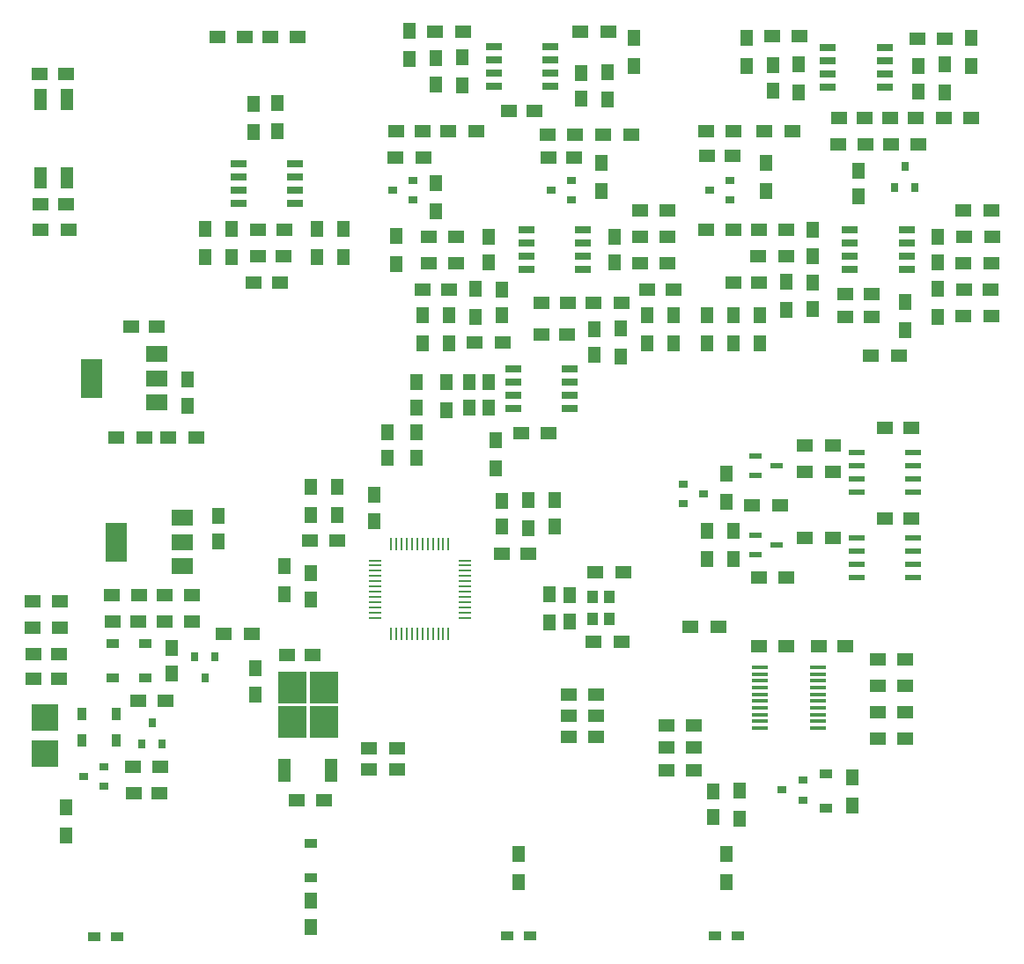
<source format=gtp>
G04 #@! TF.GenerationSoftware,KiCad,Pcbnew,(5.1.9-0-10_14)*
G04 #@! TF.CreationDate,2022-04-29T11:46:03+09:00*
G04 #@! TF.ProjectId,FreeDSP_Catamaran,46726565-4453-4505-9f43-6174616d6172,rev?*
G04 #@! TF.SameCoordinates,Original*
G04 #@! TF.FileFunction,Paste,Top*
G04 #@! TF.FilePolarity,Positive*
%FSLAX46Y46*%
G04 Gerber Fmt 4.6, Leading zero omitted, Abs format (unit mm)*
G04 Created by KiCad (PCBNEW (5.1.9-0-10_14)) date 2022-04-29 11:46:03*
%MOMM*%
%LPD*%
G01*
G04 APERTURE LIST*
%ADD10R,1.500000X1.300000*%
%ADD11R,1.300000X1.500000*%
%ADD12R,1.250000X1.500000*%
%ADD13R,1.500000X1.250000*%
%ADD14R,1.200000X0.900000*%
%ADD15R,0.900000X1.200000*%
%ADD16R,1.200000X2.000000*%
%ADD17R,0.250000X1.300000*%
%ADD18R,1.300000X0.250000*%
%ADD19R,1.550000X0.600000*%
%ADD20R,0.900000X0.800000*%
%ADD21R,0.800000X0.900000*%
%ADD22R,1.200000X2.200000*%
%ADD23R,2.750000X3.050000*%
%ADD24R,1.300000X0.600000*%
%ADD25R,1.525000X0.650000*%
%ADD26R,1.600000X0.300000*%
%ADD27R,2.000000X3.800000*%
%ADD28R,2.000000X1.500000*%
%ADD29R,1.100000X1.300000*%
%ADD30R,2.500000X2.500000*%
G04 APERTURE END LIST*
D10*
X145495000Y-69215000D03*
X142795000Y-69215000D03*
D11*
X121285000Y-127715000D03*
X121285000Y-125015000D03*
X123190000Y-81995000D03*
X123190000Y-79295000D03*
D12*
X97155000Y-71775000D03*
X97155000Y-74275000D03*
D13*
X128925000Y-111125000D03*
X131425000Y-111125000D03*
X93325000Y-76835000D03*
X90825000Y-76835000D03*
D12*
X98425000Y-76855000D03*
X98425000Y-79355000D03*
D13*
X90785000Y-61595000D03*
X88285000Y-61595000D03*
D12*
X109220000Y-74275000D03*
X109220000Y-71775000D03*
D13*
X112395000Y-76835000D03*
X114895000Y-76835000D03*
D12*
X107315000Y-80665000D03*
X107315000Y-83165000D03*
D13*
X102890000Y-64135000D03*
X105390000Y-64135000D03*
D12*
X90170000Y-93071000D03*
X90170000Y-90571000D03*
X87376000Y-90571000D03*
X87376000Y-93071000D03*
X90170000Y-88245000D03*
X90170000Y-85745000D03*
X95250000Y-88245000D03*
X95250000Y-85745000D03*
X128270000Y-71140000D03*
X128270000Y-73640000D03*
X98425000Y-99675000D03*
X98425000Y-97175000D03*
X103505000Y-97106400D03*
X103505000Y-99606400D03*
D13*
X120670000Y-76200000D03*
X123170000Y-76200000D03*
X56512800Y-56134000D03*
X54012800Y-56134000D03*
D12*
X128270000Y-76220000D03*
X128270000Y-78720000D03*
D13*
X120630000Y-64000000D03*
X118130000Y-64000000D03*
D12*
X140335000Y-74275000D03*
X140335000Y-71775000D03*
X118745000Y-125115000D03*
X118745000Y-127615000D03*
D13*
X137775000Y-98880000D03*
X135275000Y-98880000D03*
X142895000Y-76835000D03*
X145395000Y-76835000D03*
X133980240Y-79496920D03*
X131480240Y-79496920D03*
X135750000Y-60325000D03*
X138250000Y-60325000D03*
X62758000Y-80424000D03*
X65258000Y-80424000D03*
D12*
X68199000Y-88024000D03*
X68199000Y-85524000D03*
X71120000Y-98605000D03*
X71120000Y-101105000D03*
D13*
X98445000Y-102235000D03*
X100945000Y-102235000D03*
D12*
X80010000Y-104160000D03*
X80010000Y-106660000D03*
D13*
X77744000Y-112014000D03*
X80244000Y-112014000D03*
D12*
X74676000Y-115804000D03*
X74676000Y-113304000D03*
D13*
X137775000Y-90170000D03*
X135275000Y-90170000D03*
D12*
X97155000Y-88245000D03*
X97155000Y-85745000D03*
D13*
X65512000Y-125255000D03*
X63012000Y-125255000D03*
X77470000Y-71105000D03*
X74970000Y-71105000D03*
D12*
X104955000Y-108784000D03*
X104955000Y-106284000D03*
D13*
X131480240Y-77271880D03*
X133980240Y-77271880D03*
X104755000Y-78105000D03*
X102255000Y-78105000D03*
D12*
X66675000Y-113805000D03*
X66675000Y-111305000D03*
D13*
X63480000Y-108745000D03*
X60980000Y-108745000D03*
X55860000Y-111920000D03*
X53360000Y-111920000D03*
D12*
X86136500Y-99126400D03*
X86136500Y-96626400D03*
D13*
X54032800Y-68671400D03*
X56532800Y-68671400D03*
D12*
X80010000Y-138125000D03*
X80010000Y-135625000D03*
D13*
X74585000Y-76185000D03*
X77085000Y-76185000D03*
D14*
X129540000Y-126745000D03*
X129540000Y-123445000D03*
D15*
X58040000Y-120175000D03*
X61340000Y-120175000D03*
X61340000Y-117635000D03*
X58040000Y-117635000D03*
D14*
X59225000Y-139065000D03*
X61425000Y-139065000D03*
X60960000Y-110905000D03*
X60960000Y-114205000D03*
X64135000Y-110905000D03*
X64135000Y-114205000D03*
X80010000Y-130145000D03*
X80010000Y-133445000D03*
D16*
X56557800Y-66086400D03*
X54017800Y-66086400D03*
X54017800Y-58586400D03*
X56557800Y-58586400D03*
D17*
X87790000Y-101310000D03*
X88290000Y-101310000D03*
X88790000Y-101310000D03*
X89290000Y-101310000D03*
X89790000Y-101310000D03*
X90290000Y-101310000D03*
X90790000Y-101310000D03*
X91290000Y-101310000D03*
X91790000Y-101310000D03*
X92290000Y-101310000D03*
X92790000Y-101310000D03*
X93290000Y-101310000D03*
D18*
X94890000Y-102910000D03*
X94890000Y-103410000D03*
X94890000Y-103910000D03*
X94890000Y-104410000D03*
X94890000Y-104910000D03*
X94890000Y-105410000D03*
X94890000Y-105910000D03*
X94890000Y-106410000D03*
X94890000Y-106910000D03*
X94890000Y-107410000D03*
X94890000Y-107910000D03*
X94890000Y-108410000D03*
D17*
X93290000Y-110010000D03*
X92790000Y-110010000D03*
X92290000Y-110010000D03*
X91790000Y-110010000D03*
X91290000Y-110010000D03*
X90790000Y-110010000D03*
X90290000Y-110010000D03*
X89790000Y-110010000D03*
X89290000Y-110010000D03*
X88790000Y-110010000D03*
X88290000Y-110010000D03*
X87790000Y-110010000D03*
D18*
X86190000Y-108410000D03*
X86190000Y-107910000D03*
X86190000Y-107410000D03*
X86190000Y-106910000D03*
X86190000Y-106410000D03*
X86190000Y-105910000D03*
X86190000Y-105410000D03*
X86190000Y-104910000D03*
X86190000Y-104410000D03*
X86190000Y-103910000D03*
X86190000Y-103410000D03*
X86190000Y-102910000D03*
D19*
X132555000Y-104595000D03*
X132555000Y-103325000D03*
X132555000Y-102055000D03*
X132555000Y-100785000D03*
X137955000Y-100785000D03*
X137955000Y-102055000D03*
X137955000Y-103325000D03*
X137955000Y-104595000D03*
X137955000Y-96340000D03*
X137955000Y-95070000D03*
X137955000Y-93800000D03*
X137955000Y-92530000D03*
X132555000Y-92530000D03*
X132555000Y-93800000D03*
X132555000Y-95070000D03*
X132555000Y-96340000D03*
D20*
X87900000Y-67310000D03*
X89900000Y-66360000D03*
X89900000Y-68260000D03*
D21*
X70800000Y-112190000D03*
X68900000Y-112190000D03*
X69850000Y-114190000D03*
D20*
X105140000Y-68260000D03*
X105140000Y-66360000D03*
X103140000Y-67310000D03*
X118380000Y-67310000D03*
X120380000Y-66360000D03*
X120380000Y-68260000D03*
X117840000Y-96520000D03*
X115840000Y-97470000D03*
X115840000Y-95570000D03*
D21*
X136210000Y-67040000D03*
X138110000Y-67040000D03*
X137160000Y-65040000D03*
D22*
X77476000Y-123072000D03*
X82036000Y-123072000D03*
D23*
X81281000Y-115097000D03*
X78231000Y-118447000D03*
X78231000Y-115097000D03*
X81281000Y-118447000D03*
D24*
X124875000Y-101420000D03*
X122775000Y-102370000D03*
X122775000Y-100470000D03*
D21*
X64770000Y-118540000D03*
X65720000Y-120540000D03*
X63820000Y-120540000D03*
D24*
X122775000Y-92850000D03*
X122775000Y-94750000D03*
X124875000Y-93800000D03*
D20*
X127365000Y-125950000D03*
X127365000Y-124050000D03*
X125365000Y-125000000D03*
X58182000Y-123698000D03*
X60182000Y-122748000D03*
X60182000Y-124648000D03*
D10*
X94060000Y-71755000D03*
X91360000Y-71755000D03*
D11*
X90805000Y-81995000D03*
X90805000Y-79295000D03*
D10*
X94060000Y-74295000D03*
X91360000Y-74295000D03*
X119280000Y-109317000D03*
X116580000Y-109317000D03*
X95965000Y-61595000D03*
X93265000Y-61595000D03*
X95805000Y-81915000D03*
X98505000Y-81915000D03*
D11*
X95885000Y-76755000D03*
X95885000Y-79455000D03*
D10*
X134540000Y-112395000D03*
X137240000Y-112395000D03*
X137240000Y-114935000D03*
X134540000Y-114935000D03*
X88185000Y-64135000D03*
X90885000Y-64135000D03*
D11*
X93345000Y-81995000D03*
X93345000Y-79295000D03*
X92075000Y-66595000D03*
X92075000Y-69295000D03*
D10*
X134540000Y-117475000D03*
X137240000Y-117475000D03*
X137240000Y-120015000D03*
X134540000Y-120015000D03*
X114220000Y-118745000D03*
X116920000Y-118745000D03*
X114220000Y-120904000D03*
X116920000Y-120904000D03*
X114220000Y-123063000D03*
X116920000Y-123063000D03*
X111680000Y-71755000D03*
X114380000Y-71755000D03*
X123110000Y-111125000D03*
X125810000Y-111125000D03*
D11*
X114935000Y-79295000D03*
X114935000Y-81995000D03*
D10*
X111680000Y-74295000D03*
X114380000Y-74295000D03*
X108150000Y-62000000D03*
X110850000Y-62000000D03*
D11*
X112395000Y-81995000D03*
X112395000Y-79295000D03*
D10*
X109935000Y-78105000D03*
X107235000Y-78105000D03*
X105490000Y-62000000D03*
X102790000Y-62000000D03*
D11*
X109855000Y-80565000D03*
X109855000Y-83265000D03*
X107950000Y-67390000D03*
X107950000Y-64690000D03*
X74565000Y-61675000D03*
X74565000Y-58975000D03*
X69850000Y-71040000D03*
X69850000Y-73740000D03*
X93091000Y-88472000D03*
X93091000Y-85772000D03*
D10*
X123110000Y-71120000D03*
X125810000Y-71120000D03*
D11*
X118110000Y-79295000D03*
X118110000Y-81995000D03*
D10*
X123030000Y-73660000D03*
X125730000Y-73660000D03*
D11*
X82550000Y-98505000D03*
X82550000Y-95805000D03*
D10*
X126323080Y-61615320D03*
X123623080Y-61615320D03*
X79930000Y-100965000D03*
X82630000Y-100965000D03*
D11*
X100965000Y-97075000D03*
X100965000Y-99775000D03*
X125730000Y-76120000D03*
X125730000Y-78820000D03*
X76835000Y-58960000D03*
X76835000Y-61660000D03*
D10*
X118030000Y-61595000D03*
X120730000Y-61595000D03*
D11*
X120650000Y-81995000D03*
X120650000Y-79295000D03*
X123825000Y-64690000D03*
X123825000Y-67390000D03*
D10*
X76120000Y-52595000D03*
X78820000Y-52595000D03*
X107375000Y-104034000D03*
X110075000Y-104034000D03*
D11*
X80010000Y-98505000D03*
X80010000Y-95805000D03*
D10*
X109971000Y-110714000D03*
X107271000Y-110714000D03*
D11*
X132080000Y-126445000D03*
X132080000Y-123745000D03*
D10*
X145575000Y-71755000D03*
X142875000Y-71755000D03*
X145495000Y-79375000D03*
X142795000Y-79375000D03*
X145495000Y-74295000D03*
X142795000Y-74295000D03*
D11*
X80645000Y-73740000D03*
X80645000Y-71040000D03*
D10*
X130255000Y-94435000D03*
X127555000Y-94435000D03*
X123110000Y-104595000D03*
X125810000Y-104595000D03*
X140890000Y-60325000D03*
X143590000Y-60325000D03*
D11*
X140335000Y-79455000D03*
X140335000Y-76755000D03*
X137160000Y-78025000D03*
X137160000Y-80725000D03*
D10*
X85650000Y-123000000D03*
X88350000Y-123000000D03*
X81360000Y-125984000D03*
X78660000Y-125984000D03*
X88350000Y-121000000D03*
X85650000Y-121000000D03*
X138510000Y-62865000D03*
X135810000Y-62865000D03*
X136605000Y-83185000D03*
X133905000Y-83185000D03*
X133430000Y-62865000D03*
X130730000Y-62865000D03*
X61341000Y-91092000D03*
X64041000Y-91092000D03*
X63580000Y-106205000D03*
X60880000Y-106205000D03*
X54080400Y-71127600D03*
X56780400Y-71127600D03*
X66341000Y-91092000D03*
X69041000Y-91092000D03*
X68660000Y-106205000D03*
X65960000Y-106205000D03*
X66120000Y-116365000D03*
X63420000Y-116365000D03*
D11*
X83185000Y-71040000D03*
X83185000Y-73740000D03*
D10*
X125175000Y-97610000D03*
X122475000Y-97610000D03*
X62912000Y-122715000D03*
X65612000Y-122715000D03*
X100250000Y-90678000D03*
X102950000Y-90678000D03*
X55960000Y-109380000D03*
X53260000Y-109380000D03*
D11*
X97790000Y-91360000D03*
X97790000Y-94060000D03*
X72390000Y-73740000D03*
X72390000Y-71040000D03*
X56500000Y-129350000D03*
X56500000Y-126650000D03*
D10*
X74350000Y-110000000D03*
X71650000Y-110000000D03*
X65960000Y-108745000D03*
X68660000Y-108745000D03*
D11*
X102955000Y-106184000D03*
X102955000Y-108884000D03*
D10*
X53260000Y-106840000D03*
X55960000Y-106840000D03*
D11*
X118110000Y-102770000D03*
X118110000Y-100070000D03*
X120650000Y-100070000D03*
X120650000Y-102770000D03*
D10*
X127555000Y-100785000D03*
X130255000Y-100785000D03*
D11*
X120015000Y-97235000D03*
X120015000Y-94535000D03*
D10*
X130255000Y-91895000D03*
X127555000Y-91895000D03*
D11*
X77470000Y-103425000D03*
X77470000Y-106125000D03*
D25*
X100793000Y-71120000D03*
X100793000Y-72390000D03*
X100793000Y-73660000D03*
X100793000Y-74930000D03*
X106217000Y-74930000D03*
X106217000Y-73660000D03*
X106217000Y-72390000D03*
X106217000Y-71120000D03*
D26*
X123200000Y-113175000D03*
X123200000Y-113825000D03*
X123200000Y-114475000D03*
X123200000Y-115125000D03*
X123200000Y-115775000D03*
X123200000Y-116425000D03*
X123200000Y-117075000D03*
X123200000Y-117725000D03*
X123200000Y-118375000D03*
X123200000Y-119025000D03*
X128800000Y-119025000D03*
X128800000Y-118375000D03*
X128800000Y-117725000D03*
X128800000Y-117075000D03*
X128800000Y-116425000D03*
X128800000Y-115775000D03*
X128800000Y-115125000D03*
X128800000Y-114475000D03*
X128800000Y-113825000D03*
X128800000Y-113175000D03*
D25*
X104947000Y-84455000D03*
X104947000Y-85725000D03*
X104947000Y-86995000D03*
X104947000Y-88265000D03*
X99523000Y-88265000D03*
X99523000Y-86995000D03*
X99523000Y-85725000D03*
X99523000Y-84455000D03*
X131908000Y-71120000D03*
X131908000Y-72390000D03*
X131908000Y-73660000D03*
X131908000Y-74930000D03*
X137332000Y-74930000D03*
X137332000Y-73660000D03*
X137332000Y-72390000D03*
X137332000Y-71120000D03*
D27*
X58937000Y-85390000D03*
D28*
X65237000Y-85390000D03*
X65237000Y-83090000D03*
X65237000Y-87690000D03*
X67650000Y-103425000D03*
X67650000Y-98825000D03*
X67650000Y-101125000D03*
D27*
X61350000Y-101125000D03*
D29*
X108780000Y-108494000D03*
X108780000Y-106394000D03*
X107130000Y-106394000D03*
X107130000Y-108494000D03*
D14*
X98900000Y-139000000D03*
X101100000Y-139000000D03*
X121100000Y-139000000D03*
X118900000Y-139000000D03*
D11*
X100000000Y-131150000D03*
X100000000Y-133850000D03*
X120000000Y-133850000D03*
X120000000Y-131150000D03*
D10*
X107522000Y-119888000D03*
X104822000Y-119888000D03*
X104822000Y-115824000D03*
X107522000Y-115824000D03*
X107522000Y-117856000D03*
X104822000Y-117856000D03*
D13*
X104714360Y-81213960D03*
X102214360Y-81213960D03*
X74950000Y-73645000D03*
X77450000Y-73645000D03*
D12*
X132715000Y-67925000D03*
X132715000Y-65425000D03*
D13*
X130830000Y-60325000D03*
X133330000Y-60325000D03*
D12*
X92075000Y-54630000D03*
X92075000Y-57130000D03*
D13*
X101580000Y-59690000D03*
X99080000Y-59690000D03*
D12*
X124460000Y-57765000D03*
X124460000Y-55265000D03*
X106045000Y-58520000D03*
X106045000Y-56020000D03*
X138430000Y-55325000D03*
X138430000Y-57825000D03*
D10*
X71040000Y-52595000D03*
X73740000Y-52595000D03*
D11*
X88265000Y-71675000D03*
X88265000Y-74375000D03*
D10*
X114380000Y-69215000D03*
X111680000Y-69215000D03*
X120730000Y-71120000D03*
X118030000Y-71120000D03*
D11*
X94615000Y-54530000D03*
X94615000Y-57230000D03*
X126975000Y-57865000D03*
X126975000Y-55165000D03*
X108585000Y-55920000D03*
X108585000Y-58620000D03*
X89535000Y-54690000D03*
X89535000Y-51990000D03*
X140970000Y-55165000D03*
X140970000Y-57865000D03*
X121920000Y-52625000D03*
X121920000Y-55325000D03*
X111125000Y-55325000D03*
X111125000Y-52625000D03*
X143510000Y-55325000D03*
X143510000Y-52625000D03*
D10*
X91995000Y-52070000D03*
X94695000Y-52070000D03*
X105965000Y-52070000D03*
X108665000Y-52070000D03*
X124380000Y-52500000D03*
X127080000Y-52500000D03*
X138350000Y-52705000D03*
X141050000Y-52705000D03*
D25*
X129788000Y-57405000D03*
X129788000Y-56135000D03*
X129788000Y-54865000D03*
X129788000Y-53595000D03*
X135212000Y-53595000D03*
X135212000Y-54865000D03*
X135212000Y-56135000D03*
X135212000Y-57405000D03*
X103082000Y-57345000D03*
X103082000Y-56075000D03*
X103082000Y-54805000D03*
X103082000Y-53535000D03*
X97658000Y-53535000D03*
X97658000Y-54805000D03*
X97658000Y-56075000D03*
X97658000Y-57345000D03*
X78547000Y-64755000D03*
X78547000Y-66025000D03*
X78547000Y-67295000D03*
X78547000Y-68565000D03*
X73123000Y-68565000D03*
X73123000Y-67295000D03*
X73123000Y-66025000D03*
X73123000Y-64755000D03*
D30*
X54500000Y-118000000D03*
X54500000Y-121500000D03*
D13*
X55860000Y-114300000D03*
X53360000Y-114300000D03*
M02*

</source>
